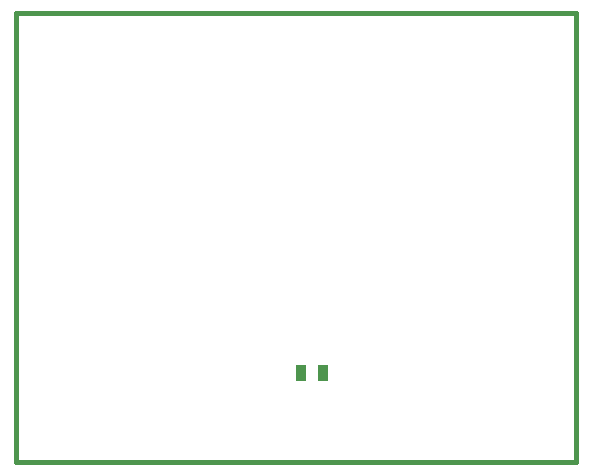
<source format=gbp>
G04 (created by PCBNEW-RS274X (2010-00-09 BZR 23xx)-stable) date Sun 16 Oct 2011 03:02:59 PM EDT*
G01*
G70*
G90*
%MOIN*%
G04 Gerber Fmt 3.4, Leading zero omitted, Abs format*
%FSLAX34Y34*%
G04 APERTURE LIST*
%ADD10C,0.006000*%
%ADD11C,0.015000*%
%ADD12R,0.035000X0.055000*%
G04 APERTURE END LIST*
G54D10*
G54D11*
X25260Y-21640D02*
X25270Y-21640D01*
X25260Y-36610D02*
X25260Y-21640D01*
X43910Y-36610D02*
X25260Y-36610D01*
X43910Y-21630D02*
X43910Y-36610D01*
X25280Y-21630D02*
X43910Y-21630D01*
G54D12*
X34745Y-33640D03*
X35495Y-33640D03*
M02*

</source>
